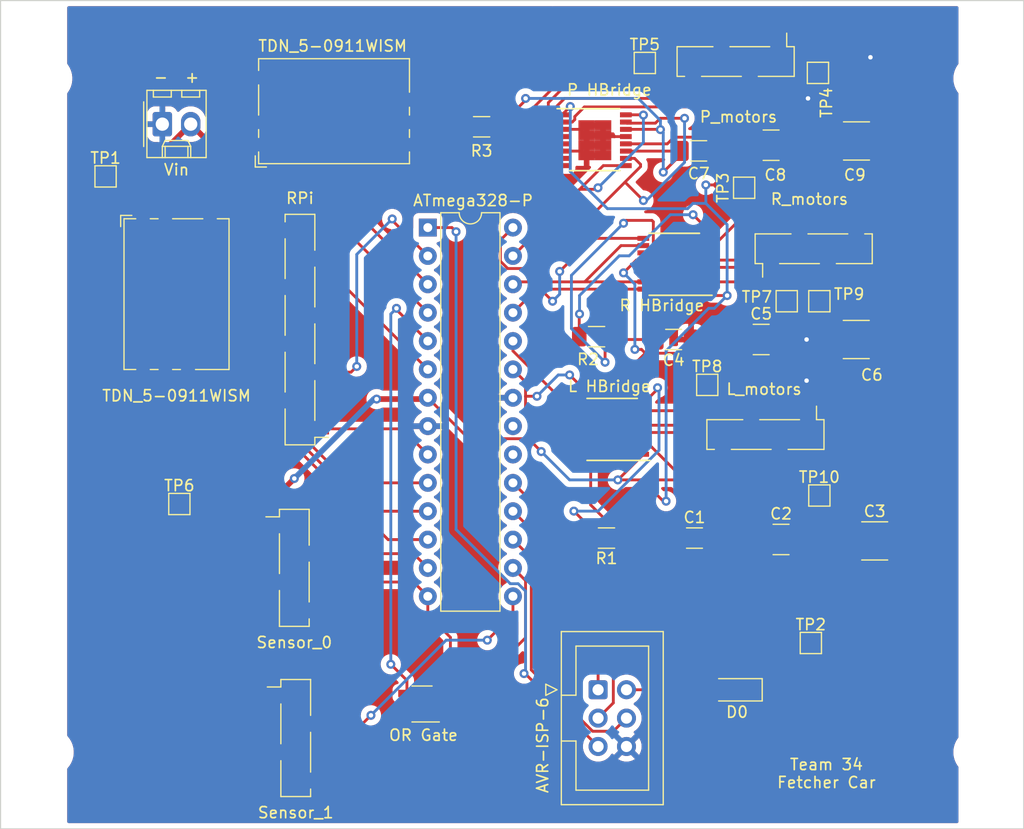
<source format=kicad_pcb>
(kicad_pcb (version 20211014) (generator pcbnew)
  (layers (0 "F.Cu" signal) (31 "B.Cu" signal) (34 "B.Paste" user) (35 "F.Paste" user) (36 "B.SilkS" user "B.Silkscreen") (37 "F.SilkS" user "F.Silkscreen") (38 "B.Mask" user) (39 "F.Mask" user) (44 "Edge.Cuts" user))
  (net 0 "")
  (net 1 "GND")
  (net 2 "/VINT")
  (net 3 "+12V")
  (net 4 "/VINT2")
  (net 5 "/VINT3")
  (net 6 "+5V")
  (net 7 "Net-(D0-Pad2)")
  (net 8 "Net-(J0-Pad1)")
  (net 9 "Net-(J0-Pad2)")
  (net 10 "Net-(J0-Pad3)")
  (net 11 "Net-(J0-Pad4)")
  (net 12 "Net-(J1-Pad1)")
  (net 13 "Net-(J1-Pad2)")
  (net 14 "Net-(J1-Pad3)")
  (net 15 "Net-(J1-Pad4)")
  (net 16 "Net-(J2-Pad1)")
  (net 17 "Net-(J2-Pad2)")
  (net 18 "Net-(J2-Pad3)")
  (net 19 "Net-(J2-Pad4)")
  (net 20 "/Lmotors_in0")
  (net 21 "/Lmotors_in1")
  (net 22 "/Rmotors_in0")
  (net 23 "/Rmotors_in1")
  (net 24 "/Pincer_on")
  (net 25 "/Pincer_direction")
  (net 26 "/CTRL")
  (net 27 "/Pi_INT")
  (net 28 "/MISO")
  (net 29 "/SCK")
  (net 30 "/MOSI")
  (net 31 "/RST")
  (net 32 "/TRIG_0")
  (net 33 "/ECHO_0")
  (net 34 "/TRIG_1")
  (net 35 "/ECHO_1")
  (net 36 "Net-(R1-Pad2)")
  (net 37 "Net-(R2-Pad2)")
  (net 38 "Net-(R3-Pad2)")
  (net 39 "/Pincers_out0")
  (net 40 "/Pincers_out1")
  (net 41 "/Lmotors_out0")
  (net 42 "/Lmotors_out1")
  (net 43 "/Rmotors_out0")
  (net 44 "/Rmotors_out1")
  (net 45 "/Sensor_INT")
  (net 48 "VCC")
  (net 55 "+5VA")
  (footprint "Connector_PinSocket_2.54mm:PinSocket_1x04_P2.54mm_Vertical_SMD_Pin1Left" (layer "F.Cu") (at 174.752 56.642 90)
    (fp_text reference "J2" hide)
    (fp_text value "R_motors")
  )
  (footprint "Resistor_SMD:R_1206_3216Metric_Pad1.30x1.75mm_HandSolder" (layer "F.Cu") (at 145.034 45.72 180)
    (fp_text reference "R3")
    (fp_text value "5k" hide)
  )
  (footprint "TestPoint:TestPoint_Pad_1.5x1.5mm" (layer "F.Cu") (at 175.26 78.74)
    (fp_text reference "TP10")
    (fp_text value "TestPoint")
  )
  (footprint "Capacitor_SMD:C_1210_3225Metric_Pad1.33x2.70mm_HandSolder" (layer "F.Cu") (at 170.942 47.371)
    (fp_text reference "C8")
    (fp_text value "10uF")
  )
  (footprint "Capacitor_SMD:C_1206_3216Metric_Pad1.33x1.80mm_HandSolder" (layer "F.Cu") (at 164.084 82.55)
    (fp_text reference "C1")
    (fp_text value "2.2uF")
  )
  (footprint "TestPoint:TestPoint_Pad_1.5x1.5mm" (layer "F.Cu") (at 159.639 40.005)
    (fp_text reference "TP5")
    (fp_text value "TestPoint")
  )
  (footprint "Package_SO:TSSOP-16-1EP_4.4x5mm_P0.65mm" (layer "F.Cu") (at 156.718 72.771 180)
    (fp_text reference "U1" hide)
    (fp_text value "DRV8848" hide)
  )
  (footprint "TestPoint:TestPoint_Pad_1.5x1.5mm" (layer "F.Cu") (at 172.339 61.341)
    (fp_text reference "TP7")
    (fp_text value "TestPoint")
  )
  (footprint "TestPoint:TestPoint_Pad_1.5x1.5mm" (layer "F.Cu") (at 175.133 40.894)
    (fp_text reference "TP4")
    (fp_text value "TestPoint")
  )
  (footprint "TestPoint:TestPoint_Pad_1.5x1.5mm" (layer "F.Cu") (at 174.498 91.948)
    (fp_text reference "TP2")
    (fp_text value "TestPoint")
  )
  (footprint "Connector_Molex:Molex_KK-254_AE-6410-02A_1x02_P2.54mm_Vertical" (layer "F.Cu") (at 116.459 45.486)
    (fp_text reference "J7" hide)
    (fp_text value "Vin")
  )
  (footprint "TestPoint:TestPoint_Pad_1.5x1.5mm" (layer "F.Cu") (at 165.227 68.834)
    (fp_text reference "TP8")
    (fp_text value "TestPoint")
  )
  (footprint "MountingHole:MountingHole_3.2mm_M3" (layer "F.Cu") (at 106.426 101.727)
    (fp_text reference "H4" hide)
    (fp_text value "MountingHole" hide)
  )
  (footprint "Package_DIP:DIP-28_W7.62mm" (layer "F.Cu") (at 140.218 54.747)
    (fp_text reference "U3" hide)
    (fp_text value "ATmega328-P")
  )
  (footprint "Converter_DCDC:Converter_DCDC_TRACO_TDN_5-xxxxWISM_SMD" (layer "F.Cu") (at 117.729 60.706)
    (fp_text reference "U5" hide)
    (fp_text value "TDN_5-0911WISM")
  )
  (footprint "Resistor_SMD:R_1206_3216Metric_Pad1.30x1.75mm_HandSolder" (layer "F.Cu") (at 156.21 82.55 180)
    (fp_text reference "R1")
    (fp_text value "5k")
  )
  (footprint "Capacitor_SMD:C_1210_3225Metric_Pad1.33x2.70mm_HandSolder" (layer "F.Cu") (at 171.831 82.677)
    (fp_text reference "C2")
    (fp_text value "10uF")
  )
  (footprint "Package_SO:TSSOP-16-1EP_4.4x5mm_P0.65mm" (layer "F.Cu") (at 155.167 46.9235)
    (fp_text reference "U0" hide)
    (fp_text value "DRV8848" hide)
  )
  (footprint "Connector_PinSocket_2.54mm:PinSocket_1x04_P2.54mm_Vertical_SMD_Pin1Left" (layer "F.Cu") (at 128.397 100.457)
    (fp_text reference "J6" hide)
    (fp_text value "Sensor_1")
  )
  (footprint "Capacitor_SMD:C_1210_3225Metric_Pad1.33x2.70mm_HandSolder" (layer "F.Cu") (at 170.053 64.77)
    (fp_text reference "C5")
    (fp_text value "10uF")
  )
  (footprint "Resistor_SMD:R_1206_3216Metric_Pad1.30x1.75mm_HandSolder" (layer "F.Cu") (at 155.321 64.516 180)
    (fp_text reference "R2")
    (fp_text value "5k")
  )
  (footprint "Connector_PinSocket_2.54mm:PinSocket_1x04_P2.54mm_Vertical_SMD_Pin1Left" (layer "F.Cu") (at 167.767 39.878 -90)
    (fp_text reference "J0" hide)
    (fp_text value "P_motors")
  )
  (footprint "Connector_IDC:IDC-Header_2x03_P2.54mm_Vertical" (layer "F.Cu") (at 155.4575 96.134)
    (fp_text reference "J4" hide)
    (fp_text value "AVR-ISP-6")
  )
  (footprint "Connector_PinSocket_2.54mm:PinSocket_1x08_P2.54mm_Vertical_SMD_Pin1Left" (layer "F.Cu") (at 128.778 63.881 180)
    (fp_text reference "J3" hide)
    (fp_text value "RPi")
  )
  (footprint "TestPoint:TestPoint_Pad_1.5x1.5mm" (layer "F.Cu") (at 168.529 51.181)
    (fp_text reference "TP3")
    (fp_text value "TestPoint")
  )
  (footprint "Package_TO_SOT_SMD:SOT-23-5_HandSoldering" (layer "F.Cu") (at 139.7 97.409 180)
    (fp_text reference "U4" hide)
    (fp_text value "74AHC1G32" hide)
  )
  (footprint "MountingHole:MountingHole_3.2mm_M3" (layer "F.Cu") (at 106.299 41.402)
    (fp_text reference "H2" hide)
    (fp_text value "MountingHole" hide)
  )
  (footprint "MountingHole:MountingHole_3.2mm_M3" (layer "F.Cu") (at 189.357 41.402)
    (fp_text reference "H3" hide)
    (fp_text value "MountingHole" hide)
  )
  (footprint "Capacitor_SMD:C_1206_3216Metric_Pad1.33x1.80mm_HandSolder" (layer "F.Cu") (at 162.2175 64.77 180)
    (fp_text reference "C4")
    (fp_text value "2.2uF")
  )
  (footprint "TestPoint:TestPoint_Pad_1.5x1.5mm" (layer "F.Cu") (at 117.983 79.502)
    (fp_text reference "TP6")
    (fp_text value "TestPoint")
  )
  (footprint "TestPoint:TestPoint_Pad_1.5x1.5mm" (layer "F.Cu") (at 175.26 61.341)
    (fp_text reference "TP9")
    (fp_text value "TestPoint")
  )
  (footprint "Capacitor_SMD:C_1812_4532Metric_Pad1.57x3.40mm_HandSolder" (layer "F.Cu") (at 180.213 82.804)
    (fp_text reference "C3")
    (fp_text value "0.1uF")
  )
  (footprint "Package_SO:TSSOP-16-1EP_4.4x5mm_P0.65mm" (layer "F.Cu") (at 162.279 57.9845 180)
    (fp_text reference "U2" hide)
    (fp_text value "DRV8848" hide)
  )
  (footprint "Capacitor_SMD:C_1812_4532Metric_Pad1.57x3.40mm_HandSolder" (layer "F.Cu") (at 178.5835 46.99)
    (fp_text reference "C9")
    (fp_text value "0.1uF")
  )
  (footprint "Capacitor_SMD:C_1206_3216Metric_Pad1.33x1.80mm_HandSolder" (layer "F.Cu") (at 164.465 47.879 180)
    (fp_text reference "C7")
    (fp_text value "2.2uF")
  )
  (footprint "Capacitor_SMD:C_1812_4532Metric_Pad1.57x3.40mm_HandSolder" (layer "F.Cu") (at 178.562 64.77)
    (fp_text reference "C6")
    (fp_text value "0.1uF")
  )
  (footprint "Connector_PinSocket_2.54mm:PinSocket_1x04_P2.54mm_Vertical_SMD_Pin1Left" (layer "F.Cu") (at 170.434 73.279 -90)
    (fp_text reference "J1" hide)
    (fp_text value "L_motors")
  )
  (footprint "Diode_SMD:D_SOD-123" (layer "F.Cu") (at 167.894 96.139 180)
    (fp_text reference "D0")
    (fp_text value "MBR0520")
  )
  (footprint "MountingHole:MountingHole_3.2mm_M3" (layer "F.Cu") (at 189.357 101.727)
    (fp_text reference "H1" hide)
    (fp_text value "MountingHole" hide)
  )
  (footprint "Connector_PinSocket_2.54mm:PinSocket_1x04_P2.54mm_Vertical_SMD_Pin1Left" (layer "F.Cu") (at 128.27 85.217)
    (fp_text reference "J5" hide)
    (fp_text value "Sensor_0")
  )
  (footprint "Converter_DCDC:Converter_DCDC_TRACO_TDN_5-xxxxWISM_SMD" (layer "F.Cu") (at 131.826 44.323 90)
    (fp_text reference "U6" hide)
    (fp_text value "TDN_5-0911WISM")
  )
  (footprint "TestPoint:TestPoint_Pad_1.5x1.5mm" (layer "F.Cu") (at 111.379 50.165)
    (fp_text reference "TP1")
    (fp_text value "TestPoint")
  )
  (gr_rect (start 101.981 34.417) (end 193.548 108.585) (layer "Edge.Cuts") (width 0.1) (fill none))
  (gr_text "Team 34\nFetcher Car" (at 175.895 103.632) (layer "F.SilkS") (effects (font (size 1 1))))
  (segment (start 155.8605 73.096) (end 155.983 73.2185) (width 0.254) (layer "F.Cu") (net 1))
  (segment (start 163.3765 57.1745) (end 163.014 57.537) (width 0.254) (layer "F.Cu") (net 1))
  (segment (start 164.3 58.9595) (end 164.202 58.8615) (width 0.254) (layer "F.Cu") (net 1))
  (segment (start 179.832 39.497) (end 181.102 39.497) (width 0.254) (layer "F.Cu") (net 1))
  (segment (start 181.102 39.497) (end 182.118 40.513) (width 0.254) (layer "F.Cu") (net 1))
  (segment (start 165.054 58.9595) (end 164.3 58.9595) (width 0.254) (layer "F.Cu") (net 1))
  (segment (start 171.6155 64.77) (end 174.117 64.77) (width 0.254) (layer "F.Cu") (net 1))
  (segment (start 133.618 89.027) (end 129.92 89.027) (width 0.254) (layer "F.Cu") (net 1))
  (segment (start 157.8205 73.746) (end 157.453 74.1135) (width 0.254) (layer "F.Cu") (net 1))
  (segment (start 164.202 58.8615) (end 164.202 57.1745) (width 0.254) (layer "F.Cu") (net 1))
  (segment (start 159.504 58.3095) (end 161.4215 58.3095) (width 0.254) (layer "F.Cu") (net 1))
  (segment (start 164.367 57.0095) (end 165.054 57.0095) (width 0.254) (layer "F.Cu") (net 1))
  (segment (start 154.0645 45.9485) (end 154.432 45.581) (width 0.254) (layer "F.Cu") (net 1))
  (segment (start 141.05 96.459) (end 133.618 89.027) (width 0.254) (layer "F.Cu") (net 1))
  (segment (start 159.493 73.746) (end 157.8205 73.746) (width 0.254) (layer "F.Cu") (net 1))
  (segment (start 154.0645 47.8985) (end 154.432 48.266) (width 0.254) (layer "F.Cu") (net 1))
  (segment (start 157.942 46.5985) (end 156.0245 46.5985) (width 0.254) (layer "F.Cu") (net 1))
  (segment (start 152.392 45.9485) (end 154.0645 45.9485) (width 0.254) (layer "F.Cu") (net 1))
  (segment (start 172.5045 44.9195) (end 174.244 43.18) (width 0.254) (layer "F.Cu") (net 1))
  (segment (start 156.0245 46.5985) (end 155.902 46.476) (width 0.254) (layer "F.Cu") (net 1))
  (segment (start 164.202 57.1745) (end 164.367 57.0095) (width 0.254) (layer "F.Cu") (net 1))
  (segment (start 152.392 47.8985) (end 154.0645 47.8985) (width 0.254) (layer "F.Cu") (net 1))
  (segment (start 153.943 73.096) (end 155.8605 73.096) (width 0.254) (layer "F.Cu") (net 1))
  (segment (start 172.5045 47.371) (end 172.5045 44.9195) (width 0.254) (layer "F.Cu") (net 1))
  (segment (start 164.202 57.1745) (end 163.3765 57.1745) (width 0.254) (layer "F.Cu") (net 1))
  (segment (start 157.8205 71.796) (end 157.453 71.4285) (width 0.254) (layer "F.Cu") (net 1))
  (segment (start 159.493 71.796) (end 157.8205 71.796) (width 0.254) (layer "F.Cu") (net 1))
  (segment (start 161.4215 58.3095) (end 161.544 58.432) (width 0.254) (layer "F.Cu") (net 1))
  (via (at 179.832 39.497) (size 0.8) (drill 0.4) (layers "F.Cu" "B.Cu") (net 1))
  (via (at 174.117 64.77) (size 0.8) (drill 0.4) (layers "F.Cu" "B.Cu") (net 1))
  (via (at 174.244 43.18) (size 0.8) (drill 0.4) (layers "F.Cu" "B.Cu") (net 1))
  (via (at 174.117 68.453) (size 0.8) (drill 0.4) (layers "F.Cu" "B.Cu") (net 1))
  (segment (start 174.117 64.77) (end 174.117 68.453) (width 0.254) (layer "B.Cu") (net 1))
  (segment (start 174.244 43.18) (end 177.927 39.497) (width 0.254) (layer "B.Cu") (net 1))
  (segment (start 177.927 39.497) (end 179.832 39.497) (width 0.254) (layer "B.Cu") (net 1))
  (segment (start 153.052526 73.642474) (end 153.254052 73.844) (width 0.254) (layer "F.Cu") (net 2))
  (segment (start 158.987 83.777) (end 157.76 82.55) (width 0.254) (layer "F.Cu") (net 2))
  (segment (start 165.6465 82.55) (end 164.4195 83.777) (width 0.254) (layer "F.Cu") (net 2))
  (segment (start 154.722 73.746) (end 154.795 73.819) (width 0.254) (layer "F.Cu") (net 2))
  (segment (start 153.943 71.796) (end 153.164 71.796) (width 0.254) (layer "F.Cu") (net 2))
  (segment (start 153.254052 73.844) (end 153.6 73.844) (width 0.254) (layer "F.Cu") (net 2))
  (segment (start 153.164 71.796) (end 153.052526 71.907474) (width 0.254) (layer "F.Cu") (net 2))
  (segment (start 153.052526 71.907474) (end 153.052526 73.642474) (width 0.254) (layer "F.Cu") (net 2))
  (segment (start 154.795 73.819) (end 154.795 79.585) (width 0.254) (layer "F.Cu") (net 2))
  (segment (start 164.4195 83.777) (end 158.987 83.777) (width 0.254) (layer "F.Cu") (net 2))
  (segment (start 153.943 73.746) (end 154.722 73.746) (width 0.254) (layer "F.Cu") (net 2))
  (segment (start 154.795 79.585) (end 157.76 82.55) (width 0.254) (layer "F.Cu") (net 2))
  (segment (start 111.379 50.165) (end 114.32 50.165) (width 0.254) (layer "F.Cu") (net 3))
  (segment (start 114.729 49.756) (end 114.729 55.956) (width 0.508) (layer "F.Cu") (net 3))
  (segment (start 120.836 47.323) (end 127.076 47.323) (width 0.508) (layer "F.Cu") (net 3))
  (segment (start 118.999 45.486) (end 120.836 47.323) (width 0.508) (layer "F.Cu") (net 3))
  (segment (start 118.999 45.486) (end 114.729 49.756) (width 0.508) (layer "F.Cu") (net 3))
  (segment (start 114.32 50.165) (end 114.729 49.756) (width 0.254) (layer "F.Cu") (net 3))
  (segment (start 156.083 66.802) (end 156.083 65.304) (width 0.254) (layer "F.Cu") (net 4))
  (segment (start 160.258 57.0095) (end 160.401 56.8665) (width 0.254) (layer "F.Cu") (net 4))
  (segment (start 160.655 64.77) (end 157.125 64.77) (width 0.254) (layer "F.Cu") (net 4))
  (segment (start 160.655 64.77) (end 160.655 61.341) (width 0.254) (layer "F.Cu") (net 4))
  (segment (start 160.258 58.9595) (end 159.504 58.9595) (width 0.254) (layer "F.Cu") (net 4))
  (segment (start 157.125 64.77) (end 156.871 64.516) (width 0.254) (layer "F.Cu") (net 4))
  (segment (start 160.356 61.042) (end 160.356 59.0575) (width 0.254) (layer "F.Cu") (net 4))
  (segment (start 156.083 65.304) (end 156.871 64.516) (width 0.254) (layer "F.Cu") (net 4))
  (segment (start 160.401 56.8665) (end 160.401 54.229) (width 0.254) (layer "F.Cu") (net 4))
  (segment (start 160.655 61.341) (end 160.356 61.042) (width 0.254) (layer "F.Cu") (net 4))
  (segment (start 159.504 57.0095) (end 160.258 57.0095) (width 0.254) (layer "F.Cu") (net 4))
  (segment (start 157.988 54.102) (end 157.734 54.356) (width 0.254) (layer "F.Cu") (net 4))
  (segment (start 160.356 59.0575) (end 160.258 58.9595) (width 0.254) (layer "F.Cu") (net 4))
  (segment (start 160.274 54.102) (end 157.988 54.102) (width 0.254) (layer "F.Cu") (net 4))
  (segment (start 160.401 54.229) (end 160.274 54.102) (width 0.254) (layer "F.Cu") (net 4))
  (via (at 156.083 66.802) (size 0.8) (drill 0.4) (layers "F.Cu" "B.Cu") (net 4))
  (via (at 157.734 54.356) (size 0.8) (drill 0.4) (layers "F.Cu" "B.Cu") (net 4))
  (segment (start 153.07 63.789) (end 156.083 66.802) (width 0.254) (layer "B.Cu") (net 4))
  (segment (start 157.734 54.356) (end 153.07 59.02) (width 0.254) (layer "B.Cu") (net 4))
  (segment (start 153.07 59.02) (end 153.07 63.789) (width 0.254) (layer "B.Cu") (net 4))
  (segment (start 161.29 49.784) (end 162.9025 48.1715) (width 0.254) (layer "F.Cu") (net 5))
  (segment (start 157.942 45.9485) (end 161.0105 45.9485) (width 0.254) (layer "F.Cu") (net 5))
  (segment (start 162.883 47.8985) (end 157.942 47.8985) (width 0.254) (layer "F.Cu") (net 5))
  (segment (start 162.9025 47.879) (end 162.883 47.8985) (width 0.254) (layer "F.Cu") (net 5))
  (segment (start 146.584 45.72) (end 148.971 43.333) (width 0.254) (layer "F.Cu") (net 5))
  (segment (start 148.971 43.333) (end 148.971 43.18) (width 0.254) (layer "F.Cu") (net 5))
  (segment (start 162.9025 48.1715) (end 162.9025 47.879) (width 0.254) (layer "F.Cu") (net 5))
  (segment (start 161.0105 45.9485) (end 161.036 45.974) (width 0.254) (layer "F.Cu") (net 5))
  (via (at 161.29 49.784) (size 0.8) (drill 0.4) (layers "F.Cu" "B.Cu") (net 5))
  (via (at 148.971 43.18) (size 0.8) (drill 0.4) (layers "F.Cu" "B.Cu") (net 5))
  (via (at 161.036 45.974) (size 0.8) (drill 0.4) (layers "F.Cu" "B.Cu") (net 5))
  (segment (start 161.29 46.228) (end 161.29 49.784) (width 0.254) (layer "B.Cu") (net 5))
  (segment (start 148.971 43.18) (end 159.051634 43.18) (width 0.254) (layer "B.Cu") (net 5))
  (segment (start 161.036 45.974) (end 161.29 46.228) (width 0.254) (layer "B.Cu") (net 5))
  (segment (start 159.051634 43.18) (end 161.036 45.164366) (width 0.254) (layer "B.Cu") (net 5))
  (segment (start 161.036 45.164366) (end 161.036 45.974) (width 0.254) (layer "B.Cu") (net 5))
  (segment (start 157.226 77.343) (end 159.258 77.343) (width 0.254) (layer "F.Cu") (net 6))
  (segment (start 167.005 60.833) (end 165.6275 60.833) (width 0.254) (layer "F.Cu") (net 6))
  (segment (start 165.8235 50.927) (end 166.0775 51.181) (width 0.254) (layer "F.Cu") (net 6))
  (segment (start 160.655 77.343) (end 162.318001 77.343) (width 0.254) (layer "F.Cu") (net 6))
  (segment (start 135.636 70.104) (end 140.101 70.104) (width 0.508) (layer "F.Cu") (net 6))
  (segment (start 126.62 78.866) (end 128.27 77.216) (width 0.508) (layer "F.Cu") (net 6))
  (segment (start 118.729 73.516) (end 126.62 81.407) (width 0.508) (layer "F.Cu") (net 6))
  (segment (start 166.0775 51.181) (end 168.529 51.181) (width 0.254) (layer "F.Cu") (net 6))
  (segment (start 171.0565 49.048) (end 169.3795 47.371) (width 0.254) (layer "F.Cu") (net 6))
  (segment (start 169.544 84.568999) (end 169.544 96.139) (width 0.254) (layer "F.Cu") (net 6))
  (segment (start 162.318001 77.343) (end 169.544 84.568999) (width 0.254) (layer "F.Cu") (net 6))
  (segment (start 140.101 70.104) (end 140.218 69.987) (width 0.508) (layer "F.Cu") (net 6))
  (segment (start 152.392 44.6485) (end 152.392 44.483464) (width 0.254) (layer "F.Cu") (net 6))
  (segment (start 165.6275 60.833) (end 165.054 60.2595) (width 0.254) (layer "F.Cu") (net 6))
  (segment (start 161.654499 47.2485) (end 162.250999 46.652) (width 0.254) (layer "F.Cu") (net 6))
  (segment (start 176.446 46.99) (end 174.388 49.048) (width 0.254) (layer "F.Cu") (net 6))
  (segment (start 161.544 79.248) (end 161.29 79.248) (width 0.254) (layer "F.Cu") (net 6))
  (segment (start 161.29 79.248) (end 159.385 77.343) (width 0.254) (layer "F.Cu") (net 6))
  (segment (start 157.942 47.2485) (end 161.654499 47.2485) (width 0.254) (layer "F.Cu") (net 6))
  (segment (start 170.307 96.139) (end 169.544 96.139) (width 0.254) (layer "F.Cu") (net 6))
  (segment (start 118.729 65.456) (end 118.729 73.516) (width 0.508) (layer "F.Cu") (net 6))
  (segment (start 125.216 95.116) (end 126.747 96.647) (width 0.508) (layer "F.Cu") (net 6))
  (segment (start 159.493 75.046) (end 159.493 75.076) (width 0.254) (layer "F.Cu") (net 6))
  (segment (start 174.388 49.048) (end 171.0565 49.048) (width 0.254) (layer "F.Cu") (net 6))
  (segment (start 126.62 81.407) (end 125.216 82.811) (width 0.508) (layer "F.Cu") (net 6))
  (segment (start 159.385 77.343) (end 159.258 77.343) (width 0.254) (layer "F.Cu") (net 6))
  (segment (start 168.6605 46.652) (end 169.3795 47.371) (width 0.254) (layer "F.Cu") (net 6))
  (segment (start 159.258 77.343) (end 160.655 77.343) (width 0.254) (layer "F.Cu") (net 6))
  (segment (start 125.216 82.811) (end 125.216 95.116) (width 0.508) (layer "F.Cu") (net 6))
  (segment (start 150.368 74.803) (end 149.219 73.654) (width 0.254) (layer "F.Cu") (net 6))
  (segment (start 117.983 74.262) (end 118.729 73.516) (width 0.254) (layer "F.Cu") (net 6))
  (segment (start 126.62 81.407) (end 126.62 78.866) (width 0.508) (layer "F.Cu") (net 6))
  (segment (start 152.392 44.483464) (end 152.968964 43.9065) (width 0.254) (layer "F.Cu") (net 6))
  (segment (start 165.8235 50.927) (end 165.1 50.927) (width 0.254) (layer "F.Cu") (net 6))
  (segment (start 162.250999 46.652) (end 168.6605 46.652) (width 0.254) (layer "F.Cu") (net 6))
  (segment (start 159.493 75.076) (end 157.226 77.343) (width 0.254) (layer "F.Cu") (net 6))
  (segment (start 149.219 73.654) (end 143.885 73.654) (width 0.254) (layer "F.Cu") (net 6))
  (segment (start 174.498 91.948) (end 170.307 96.139) (width 0.254) (layer "F.Cu") (net 6))
  (segment (start 143.885 73.654) (end 140.218 69.987) (width 0.254) (layer "F.Cu") (net 6))
  (segment (start 169.3795 47.371) (end 165.8235 50.927) (width 0.254) (layer "F.Cu") (net 6))
  (segment (start 117.983 79.502) (end 117.983 74.262) (width 0.254) (layer "F.Cu") (net 6))
  (via (at 152.968964 43.9065) (size 0.8) (drill 0.4) (layers "F.Cu" "B.Cu") (net 6))
  (via (at 128.27 77.216) (size 0.8) (drill 0.4) (layers "F.Cu" "B.Cu") (net 6))
  (via (at 150.368 74.803) (size 0.8) (drill 0.4) (layers "F.Cu" "B.Cu") (net 6))
  (via (at 135.636 70.104) (size 0.8) (drill 0.4) (layers "F.Cu" "B.Cu") (net 6))
  (via (at 157.226 77.343) (size 0.8) (drill 0.4) (layers "F.Cu" "B.Cu") (net 6))
  (via (at 161.544 79.248) (size 0.8) (drill 0.4) (layers "F.Cu" "B.Cu") (net 6))
  (via (at 167.005 60.833) (size 0.8) (drill 0.4) (layers "F.Cu" "B.Cu") (net 6))
  (via (at 165.1 50.927) (size 0.8) (drill 0.4) (layers "F.Cu" "B.Cu") (net 6))
  (segment (start 165.354 61.976) (end 165.862 61.976) (width 0.254) (layer "B.Cu") (net 6))
  (segment (start 128.27 77.216) (end 135.382 70.104) (width 0.508) (layer "B.Cu") (net 6))
  (segment (start 152.968964 49.730098) (end 156.289866 53.051) (width 0.254) (layer "B.Cu") (net 6))
  (segment (start 152.908 77.343) (end 150.368 74.803) (width 0.254) (layer "B.Cu") (net 6))
  (segment (start 152.968964 43.9065) (end 152.968964 49.730098) (width 0.254) (layer "B.Cu") (net 6))
  (segment (start 165.1 52.578) (end 167.005 54.483) (width 0.254) (layer "B.Cu") (net 6))
  (segment (start 165.1 50.927) (end 165.1 52.578) (width 0.254) (layer "B.Cu") (net 6))
  (segment (start 161.544 79.248) (end 161.544 65.786) (width 0.254) (layer "B.Cu") (net 6))
  (segment (start 167.005 54.483) (end 167.005 60.833) (width 0.254) (layer "B.Cu") (net 6))
  (segment (start 165.862 61.976) (end 167.005 60.833) (width 0.254) (layer "B.Cu") (net 6))
  (segment (start 135.382 70.104) (end 135.636 70.104) (width 0.508) (layer "B.Cu") (net 6))
  (segment (start 163.944866 52.578) (end 165.1 52.578) (width 0.254) (layer "B.Cu") (net 6))
  (segment (start 157.226 77.343) (end 152.908 77.343) (width 0.254) (layer "B.Cu") (net 6))
  (segment (start 156.289866 53.051) (end 163.471866 53.051) (width 0.254) (layer "B.Cu") (net 6))
  (segment (start 163.471866 53.051) (end 163.944866 52.578) (width 0.254) (layer "B.Cu") (net 6))
  (segment (start 161.544 65.786) (end 165.354 61.976) (width 0.254) (layer "B.Cu") (net 6))
  (segment (start 157.9975 96.134) (end 166.239 96.134) (width 0.254) (layer "F.Cu") (net 7))
  (segment (start 166.239 96.134) (end 166.244 96.139) (width 0.254) (layer "F.Cu") (net 7))
  (segment (start 153.146 45.2985) (end 152.392 45.2985) (width 0.254) (layer "F.Cu") (net 8))
  (segment (start 153.37 44.8065) (end 154.2345 43.942) (width 0.254) (layer "F.Cu") (net 8))
  (segment (start 154.2345 43.942) (end 170.307 43.942) (width 0.254) (layer "F.Cu") (net 8))
  (segment (start 172.467 38.228) (end 171.577 38.228) (width 0.254) (layer "F.Cu") (net 8))
  (segment (start 171.577 42.672) (end 171.577 38.228) (width 0.254) (layer "F.Cu") (net 8))
  (segment (start 175.133 40.894) (end 172.467 38.228) (width 0.254) (layer "F.Cu") (net 8))
  (segment (start 153.37 45.0745) (end 153.146 45.2985) (width 0.254) (layer "F.Cu") (net 8))
  (segment (start 153.37 44.8065) (end 153.37 45.0745) (width 0.254) (layer "F.Cu") (net 8))
  (segment (start 170.307 43.942) (end 171.577 42.672) (width 0.254) (layer "F.Cu") (net 8))
  (segment (start 151.638 46.5985) (end 151.54 46.5005) (width 0.254) (layer "F.Cu") (net 9))
  (segment (start 152.4565 43.18) (end 167.385 43.18) (width 0.254) (layer "F.Cu") (net 9))
  (segment (start 167.385 43.18) (end 169.037 41.528) (width 0.254) (layer "F.Cu") (net 9))
  (segment (start 152.392 46.5985) (end 151.638 46.5985) (width 0.254) (layer "F.Cu") (net 9))
  (segment (start 151.54 46.5005) (end 151.54 44.0965) (width 0.254) (layer "F.Cu") (net 9))
  (segment (start 151.54 44.0965) (end 152.4565 43.18) (width 0.254) (layer "F.Cu") (net 9))
  (segment (start 149.606 46.355) (end 149.606 44.069) (width 0.254) (layer "F.Cu") (net 10))
  (segment (start 155.447 38.228) (end 166.497 38.228) (width 0.254) (layer "F.Cu") (net 10))
  (segment (start 152.392 48.5485) (end 151.7995 48.5485) (width 0.254) (layer "F.Cu") (net 10))
  (segment (start 149.606 44.069) (end 155.447 38.228) (width 0.254) (layer "F.Cu") (net 10))
  (segment (start 151.7995 48.5485) (end 149.606 46.355) (width 0.254) (layer "F.Cu") (net 10))
  (segment (start 151.645948 47.2485) (end 151.003 46.605552) (width 0.254) (layer "F.Cu") (net 11))
  (segment (start 152.392 47.2485) (end 151.645948 47.2485) (width 0.254) (layer "F.Cu") (net 11))
  (segment (start 151.003 46.605552) (end 151.003 43.561) (width 0.254) (layer "F.Cu") (net 11))
  (segment (start 159.639 40.005) (end 162.434 40.005) (width 0.254) (layer "F.Cu") (net 11))
  (segment (start 151.003 43.561) (end 153.036 41.528) (width 0.254) (layer "F.Cu") (net 11))
  (segment (start 162.434 40.005) (end 163.957 41.528) (width 0.254) (layer "F.Cu") (net 11))
  (segment (start 153.036 41.528) (end 163.957 41.528) (width 0.254) (layer "F.Cu") (net 11))
  (segment (start 160.247 74.396) (end 159.493 74.396) (width 0.254) (layer "F.Cu") (net 12))
  (segment (start 174.244 75.311) (end 172.085 77.47) (width 0.254) (layer "F.Cu") (net 12))
  (segment (start 173.355 78.74) (end 172.085 77.47) (width 0.254) (layer "F.Cu") (net 12))
  (segment (start 172.085 77.47) (end 163.321 77.47) (width 0.254) (layer "F.Cu") (net 12))
  (segment (start 175.26 78.74) (end 173.355 78.74) (width 0.254) (layer "F.Cu") (net 12))
  (segment (start 163.321 77.47) (end 160.247 74.396) (width 0.254) (layer "F.Cu") (net 12))
  (segment (start 174.244 71.629) (end 174.244 75.311) (width 0.254) (layer "F.Cu") (net 12))
  (segment (start 170.179 76.454) (end 166.045 76.454) (width 0.254) (layer "F.Cu") (net 13))
  (segment (start 166.045 76.454) (end 162.687 73.096) (width 0.254) (layer "F.Cu") (net 13))
  (segment (start 171.704 74.929) (end 170.179 76.454) (width 0.254) (layer "F.Cu") (net 13))
  (segment (start 162.687 73.096) (end 159.493 73.096) (width 0.254) (layer "F.Cu") (net 13))
  (segment (start 168.681 71.146) (end 159.493 71.146) (width 0.254) (layer "F.Cu") (net 14))
  (segment (start 169.164 71.629) (end 168.681 71.146) (width 0.254) (layer "F.Cu") (net 14))
  (segment (start 164.141 72.446) (end 159.493 72.446) (width 0.254) (layer "F.Cu") (net 15))
  (segment (start 165.227 68.834) (end 168.473 68.834) (width 0.254) (layer "F.Cu") (net 15))
  (segment (start 166.624 74.929) (end 164.141 72.446) (width 0.254) (layer "F.Cu") (net 15))
  (segment (start 167.895 74.929) (end 166.624 74.929) (width 0.254) (layer "F.Cu") (net 15))
  (segment (start 170.877 71.947) (end 167.895 74.929) (width 0.254) (layer "F.Cu") (net 15))
  (segment (start 168.473 68.834) (end 170.877 71.238) (width 0.254) (layer "F.Cu") (net 15))
  (segment (start 170.877 71.238) (end 170.877 71.947) (width 0.254) (layer "F.Cu") (net 15))
  (segment (start 169.6245 59.6095) (end 165.054 59.6095) (width 0.254) (layer "F.Cu") (net 16))
  (segment (start 170.942 58.292) (end 169.6245 59.6095) (width 0.254) (layer "F.Cu") (net 16))
  (segment (start 172.339 61.341) (end 172.339 59.689) (width 0.254) (layer "F.Cu") (net 16))
  (segment (start 172.339 59.689) (end 170.942 58.292) (width 0.254) (layer "F.Cu") (net 16))
  (segment (start 168.8205 58.3095) (end 165.054 58.3095) (width 0.254) (layer "F.Cu") (net 17))
  (segment (start 173.482 54.992) (end 172.138 54.992) (width 0.254) (layer "F.Cu") (net 17))
  (segment (start 172.138 54.992) (end 168.8205 58.3095) (width 0.254) (layer "F.Cu") (net 17))
  (segment (start 165.808 56.3595) (end 165.054 56.3595) (width 0.254) (layer "F.Cu") (net 18))
  (segment (start 177.366 58.292) (end 179.389 56.269) (width 0.254) (layer "F.Cu") (net 18))
  (segment (start 179.389 56.269) (end 179.389 53.907) (width 0.254) (layer "F.Cu") (net 18))
  (segment (start 178.743 53.261) (end 168.9065 53.261) (width 0.254) (layer "F.Cu") (net 18))
  (segment (start 176.022 58.292) (end 177.366 58.292) (width 0.254) (layer "F.Cu") (net 18))
  (segment (start 168.9065 53.261) (end 165.808 56.3595) (width 0.254) (layer "F.Cu") (net 18))
  (segment (start 179.389 53.907) (end 178.743 53.261) (width 0.254) (layer "F.Cu") (net 18))
  (segment (start 175.26 60.071) (end 174.371 59.182) (width 0.254) (layer "F.Cu") (net 19))
  (segment (start 175.26 61.341) (end 175.26 60.071) (width 0.254) (layer "F.Cu") (net 19))
  (segment (start 168.6545 57.6595) (end 165.054 57.6595) (width 0.254) (layer "F.Cu") (net 19))
  (segment (start 174.371 59.182) (end 174.371 56.769) (width 0.254) (layer "F.Cu") (net 19))
  (segment (start 178.562 54.992) (end 177.285 53.715) (width 0.254) (layer "F.Cu") (net 19))
  (segment (start 176.148 54.992) (end 178.562 54.992) (width 0.254) (layer "F.Cu") (net 19))
  (segment (start 174.371 56.769) (end 176.148 54.992) (width 0.254) (layer "F.Cu") (net 19))
  (segment (start 177.285 53.715) (end 172.599 53.715) (width 0.254) (layer "F.Cu") (net 19))
  (segment (start 172.599 53.715) (end 168.6545 57.6595) (width 0.254) (layer "F.Cu") (net 19))
  (segment (start 137.922 72.771) (end 140.218 75.067) (width 0.254) (layer "F.Cu") (net 20))
  (segment (start 130.428 72.771) (end 137.922 72.771) (width 0.254) (layer "F.Cu") (net 20))
  (segment (start 127.128 70.231) (end 127.128 71.575) (width 0.254) (layer "F.Cu") (net 21))
  (segment (start 133.16 77.607) (end 140.218 77.607) (width 0.254) (layer "F.Cu") (net 21))
  (segment (start 127.128 71.575) (end 133.16 77.607) (width 0.254) (layer "F.Cu") (net 21))
  (segment (start 130.428 67.691) (end 133.35 67.691) (width 0.254) (layer "F.Cu") (net 22))
  (segment (start 137.033 53.975) (end 137.033 54.102) (width 0.254) (layer "F.Cu") (net 22))
  (segment (start 133.35 67.691) (end 133.858 67.183) (width 0.254) (layer "F.Cu") (net 22))
  (segment (start 137.033 54.102) (end 140.218 57.287) (width 0.254) (layer "F.Cu") (net 22))
  (via (at 133.858 67.183) (size 0.8) (drill 0.4) (layers "F.Cu" "B.Cu") (net 22))
  (via (at 137.033 53.975) (size 0.8) (drill 0.4) (layers "F.Cu" "B.Cu") (net 22))
  (segment (start 133.858 57.15) (end 137.033 53.975) (width 0.254) (layer "B.Cu") (net 22))
  (segment (start 133.858 67.183) (end 133.858 57.15) (width 0.254) (layer "B.Cu") (net 22))
  (segment (start 125.851 54.164) (end 134.555 54.164) (width 0.254) (layer "F.Cu") (net 23))
  (segment (start 127.128 65.151) (end 128.405 63.874) (width 0.254) (layer "F.Cu") (net 23))
  (segment (start 128.405 63.874) (end 128.405 58.372) (width 0.254) (layer "F.Cu") (net 23))
  (segment (start 125.851 55.818) (end 125.851 54.164) (width 0.254) (layer "F.Cu") (net 23))
  (segment (start 134.555 54.164) (end 140.218 59.827) (width 0.254) (layer "F.Cu") (net 23))
  (segment (start 128.405 58.372) (end 125.851 55.818) (width 0.254) (layer "F.Cu") (net 23))
  (segment (start 125.851 71.058) (end 134.94 80.147) (width 0.254) (layer "F.Cu") (net 24))
  (segment (start 134.94 80.147) (end 140.218 80.147) (width 0.254) (layer "F.Cu") (net 24))
  (segment (start 125.851 69.404) (end 125.851 71.058) (width 0.254) (layer "F.Cu") (net 24))
  (segment (start 130.428 64.827) (end 125.851 69.404) (width 0.254) (layer "F.Cu") (net 24))
  (segment (start 130.428 62.611) (end 130.428 64.827) (width 0.254) (layer "F.Cu") (net 24))
  (segment (start 136.662 82.687) (end 140.218 82.687) (width 0.254) (layer "F.Cu") (net 25))
  (segment (start 125.397 61.802) (end 125.397 71.422) (width 0.254) (layer "F.Cu") (net 25))
  (segment (start 125.397 71.422) (end 136.662 82.687) (width 0.254) (layer "F.Cu") (net 25))
  (segment (start 127.128 60.071) (end 125.397 61.802) (width 0.254) (layer "F.Cu") (net 25))
  (segment (start 130.428 57.657) (end 140.218 67.447) (width 0.254) (layer "F.Cu") (net 26))
  (segment (start 130.428 57.531) (end 130.428 57.657) (width 0.254) (layer "F.Cu") (net 26))
  (segment (start 132.842 54.991) (end 140.218 62.367) (width 0.254) (layer "F.Cu") (net 27))
  (segment (start 127.128 54.991) (end 132.842 54.991) (width 0.254) (layer "F.Cu") (net 27))
  (segment (start 155.4575 96.134) (end 155.4575 87.7665) (width 0.254) (layer "F.Cu") (net 28))
  (segment (start 155.4575 87.7665) (end 147.838 80.147) (width 0.254) (layer "F.Cu") (net 28))
  (segment (start 156.8205 97.311) (end 156.8205 86.5895) (width 0.254) (layer "F.Cu") (net 29))
  (segment (start 156.8205 86.5895) (end 147.838 77.607) (width 0.254) (layer "F.Cu") (net 29))
  (segment (start 155.4575 98.674) (end 156.8205 97.311) (width 0.254) (layer "F.Cu") (net 29))
  (segment (start 157.9975 98.674) (end 156.8205 99.851) (width 0.254) (layer "F.Cu") (net 30))
  (segment (start 154.96997 99.851) (end 149.479 94.36003) (width 0.254) (layer "F.Cu") (net 30))
  (segment (start 156.8205 99.851) (end 154.96997 99.851) (width 0.254) (layer "F.Cu") (net 30))
  (segment (start 149.479 84.328) (end 147.838 82.687) (width 0.254) (layer "F.Cu") (net 30))
  (segment (start 149.479 94.36003) (end 149.479 84.328) (width 0.254) (layer "F.Cu") (net 30))
  (segment (start 142.377 54.747) (end 140.218 54.747) (width 0.254) (layer "F.Cu") (net 31))
  (segment (start 142.748 55.118) (end 142.377 54.747) (width 0.254) (layer "F.Cu") (net 31))
  (segment (start 148.929422 94.685922) (end 148.829695 94.685922) (width 0.254) (layer "F.Cu") (net 31))
  (segment (start 155.4575 101.214) (end 148.929422 94.685922) (width 0.254) (layer "F.Cu") (net 31))
  (via (at 148.829695 94.685922) (size 0.8) (drill 0.4) (layers "F.Cu" "B.Cu") (net 31))
  (via (at 142.748 55.118) (size 0.8) (drill 0.4) (layers "F.Cu" "B.Cu") (net 31))
  (segment (start 148.965 87.300181) (end 148.304819 86.64) (width 0.254) (layer "B.Cu") (net 31))
  (segment (start 148.829695 94.685922) (end 148.965 94.550617) (width 0.254) (layer "B.Cu") (net 31))
  (segment (start 142.748 81.788) (end 142.748 55.118) (width 0.254) (layer "B.Cu") (net 31))
  (segment (start 148.304819 86.64) (end 147.6 86.64) (width 0.254) (layer "B.Cu") (net 31))
  (segment (start 147.6 86.64) (end 142.748 81.788) (width 0.254) (layer "B.Cu") (net 31))
  (segment (start 148.965 94.550617) (end 148.965 87.300181) (width 0.254) (layer "B.Cu") (net 31))
  (segment (start 129.92 83.947) (end 138.938 83.947) (width 0.254) (layer "F.Cu") (net 32))
  (segment (start 138.938 83.947) (end 140.218 85.227) (width 0.254) (layer "F.Cu") (net 32))
  (segment (start 142.084 97.409) (end 142.24 97.253) (width 0.254) (layer "F.Cu") (net 33))
  (segment (start 142.24 97.253) (end 142.24 91.44) (width 0.254) (layer "F.Cu") (net 33))
  (segment (start 142.24 91.44) (end 140.218 89.418) (width 0.254) (layer "F.Cu") (net 33))
  (segment (start 141.05 97.409) (end 142.084 97.409) (width 0.254) (layer "F.Cu") (net 33))
  (segment (start 140.218 89.418) (end 140.218 87.767) (width 0.254) (layer "F.Cu") (net 33))
  (segment (start 126.62 86.487) (end 138.938 86.487) (width 0.254) (layer "F.Cu") (net 33))
  (segment (start 138.938 86.487) (end 140.218 87.767) (width 0.254) (layer "F.Cu") (net 33))
  (segment (start 130.047 99.187) (end 134.366 99.187) (width 0.254) (layer "F.Cu") (net 34))
  (segment (start 145.542 91.694) (end 147.838 89.398) (width 0.254) (layer "F.Cu") (net 34))
  (segment (start 147.838 89.398) (end 147.838 87.767) (width 0.254) (layer "F.Cu") (net 34))
  (segment (start 134.366 99.187) (end 135.128 98.425) (width 0.254) (layer "F.Cu") (net 34))
  (via (at 145.542 91.694) (size 0.8) (drill 0.4) (layers "F.Cu" "B.Cu") (net 34))
  (via (at 135.128 98.425) (size 0.8) (drill 0.4) (layers "F.Cu" "B.Cu") (net 34))
  (segment (start 141.859 91.694) (end 145.542 91.694) (width 0.254) (layer "B.Cu") (net 34))
  (segment (start 135.128 98.425) (end 141.859 91.694) (width 0.254) (layer "B.Cu") (net 34))
  (segment (start 148.965 86.354) (end 147.838 85.227) (width 0.254) (layer "F.Cu") (net 35))
  (segment (start 126.747 101.727) (end 137.682 101.727) (width 0.254) (layer "F.Cu") (net 35))
  (segment (start 142.084 98.359) (end 148.965 91.478) (width 0.254) (layer "F.Cu") (net 35))
  (segment (start 148.965 91.478) (end 148.965 86.354) (width 0.254) (layer "F.Cu") (net 35))
  (segment (start 141.05 98.359) (end 142.084 98.359) (width 0.254) (layer "F.Cu") (net 35))
  (segment (start 137.682 101.727) (end 141.05 98.359) (width 0.254) (layer "F.Cu") (net 35))
  (segment (start 154.66 82.55) (end 154.66 81.508) (width 0.254) (layer "F.Cu") (net 36))
  (segment (start 160.782 69.207) (end 159.493 70.496) (width 0.254) (layer "F.Cu") (net 36))
  (segment (start 154.66 81.508) (end 153.289 80.137) (width 0.254) (layer "F.Cu") (net 36))
  (segment (start 160.782 69.088) (end 160.782 69.207) (width 0.254) (layer "F.Cu") (net 36))
  (via (at 160.782 69.088) (size 0.8) (drill 0.4) (layers "F.Cu" "B.Cu") (net 36))
  (via (at 153.289 80.137) (size 0.8) (drill 0.4) (layers "F.Cu" "B.Cu") (net 36))
  (segment (start 160.909 69.342) (end 160.909 69.215) (width 0.254) (layer "B.Cu") (net 36))
  (segment (start 153.289 80.137) (end 155.460134 80.137) (width 0.254) (layer "B.Cu") (net 36))
  (segment (start 160.909 74.688134) (end 160.909 69.342) (width 0.254) (layer "B.Cu") (net 36))
  (segment (start 160.909 69.215) (end 160.782 69.088) (width 0.254) (layer "B.Cu") (net 36))
  (segment (start 155.460134 80.137) (end 160.909 74.688134) (width 0.254) (layer "B.Cu") (net 36))
  (segment (start 153.771 64.516) (end 153.771 62.51) (width 0.254) (layer "F.Cu") (net 37))
  (segment (start 163.957 53.594) (end 165.054 54.691) (width 0.254) (layer "F.Cu") (net 37))
  (segment (start 153.771 62.51) (end 153.797 62.484) (width 0.254) (layer "F.Cu") (net 37))
  (segment (start 165.054 54.691) (end 165.054 55.7095) (width 0.254) (layer "F.Cu") (net 37))
  (via (at 153.797 62.484) (size 0.8) (drill 0.4) (layers "F.Cu" "B.Cu") (net 37))
  (via (at 163.957 53.594) (size 0.8) (drill 0.4) (layers "F.Cu" "B.Cu") (net 37))
  (segment (start 153.797 60.833) (end 153.797 62.484) (width 0.254) (layer "B.Cu") (net 37))
  (segment (start 158.242 57.277) (end 157.353 57.277) (width 0.254) (layer "B.Cu") (net 37))
  (segment (start 163.957 53.594) (end 161.925 53.594) (width 0.254) (layer "B.Cu") (net 37))
  (segment (start 161.925 53.594) (end 158.242 57.277) (width 0.254) (layer "B.Cu") (net 37))
  (segment (start 157.353 57.277) (end 153.797 60.833) (width 0.254) (layer "B.Cu") (net 37))
  (segment (start 143.484 45.72) (end 146.9625 49.1985) (width 0.254) (layer "F.Cu") (net 38))
  (segment (start 146.9625 49.1985) (end 152.392 49.1985) (width 0.254) (layer "F.Cu") (net 38))
  (segment (start 155.448 51.181) (end 155.311 51.318) (width 0.254) (layer "F.Cu") (net 39))
  (segment (start 153.807 51.318) (end 147.838 57.287) (width 0.254) (layer "F.Cu") (net 39))
  (segment (start 159.492 44.6485) (end 159.512 44.6685) (width 0.254) (layer "F.Cu") (net 39))
  (segment (start 157.942 44.6485) (end 159.492 44.6485) (width 0.254) (layer "F.Cu") (net 39))
  (segment (start 155.9265 49.1985) (end 153.807 51.318) (width 0.254) (layer "F.Cu") (net 39))
  (segment (start 157.942 49.1985) (end 155.9265 49.1985) (width 0.254) (layer "F.Cu") (net 39))
  (segment (start 155.311 51.318) (end 153.807 51.318) (width 0.254) (layer "F.Cu") (net 39))
  (via (at 159.512 44.6685) (size 0.8) (drill 0.4) (layers "F.Cu" "B.Cu") (net 39))
  (via (at 155.448 51.181) (size 0.8) (drill 0.4) (layers "F.Cu" "B.Cu") (net 39))
  (segment (start 159.512 47.117) (end 155.448 51.181) (width 0.254) (layer "B.Cu") (net 39))
  (segment (start 159.512 44.6685) (end 159.512 47.117) (width 0.254) (layer "B.Cu") (net 39))
  (segment (start 150.1305 58.414) (end 147.371181 58.414) (width 0.254) (layer "F.Cu") (net 40))
  (segment (start 159.258 49.2865) (end 157.86625 50.67825) (width 0.254) (layer "F.Cu") (net 40))
  (segment (start 158.721 48.5485) (end 159.258 49.0855) (width 0.254) (layer "F.Cu") (net 40))
  (segment (start 161.023866 44.958) (end 163.195 44.958) (width 0.254) (layer "F.Cu") (net 40))
  (segment (start 157.86625 50.67825) (end 150.1305 58.414) (width 0.254) (layer "F.Cu") (net 40))
  (segment (start 147.371181 58.414) (end 146.711 57.753819) (width 0.254) (layer "F.Cu") (net 40))
  (segment (start 160.586366 45.3955) (end 161.023866 44.958) (width 0.254) (layer "F.Cu") (net 40))
  (segment (start 159.258 49.0855) (end 159.258 49.2865) (width 0.254) (layer "F.Cu") (net 40))
  (segment (start 157.942 45.2985) (end 158.039 45.3955) (width 0.254) (layer "F.Cu") (net 40))
  (segment (start 157.942 48.5485) (end 158.721 48.5485) (width 0.254) (layer "F.Cu") (net 40))
  (segment (start 146.711 55.874) (end 147.838 54.747) (width 0.254) (layer "F.Cu") (net 40))
  (segment (start 158.039 45.3955) (end 160.586366 45.3955) (width 0.254) (layer "F.Cu") (net 40))
  (segment (start 146.711 57.753819) (end 146.711 55.874) (width 0.254) (layer "F.Cu") (net 40))
  (segment (start 159.512 52.324) (end 157.86625 50.67825) (width 0.254) (layer "F.Cu") (net 40))
  (via (at 159.512 52.324) (size 0.8) (drill 0.4) (layers "F.Cu" "B.Cu") (net 40))
  (via (at 163.195 44.958) (size 0.8) (drill 0.4) (layers "F.Cu" "B.Cu") (net 40))
  (segment (start 163.195 44.958) (end 163.195 48.907134) (width 0.254) (layer "B.Cu") (net 40))
  (segment (start 163.195 48.907134) (end 159.778134 52.324) (width 0.254) (layer "B.Cu") (net 40))
  (segment (start 159.778134 52.324) (end 159.512 52.324) (width 0.254) (layer "B.Cu") (net 40))
  (segment (start 153.189 75.046) (end 153.943 75.046) (width 0.254) (layer "F.Cu") (net 41))
  (segment (start 153.171948 75.046) (end 148.965 70.839052) (width 0.254) (layer "F.Cu") (net 41))
  (segment (start 148.965 69.856) (end 148.965 68.574) (width 0.254) (layer "F.Cu") (net 41))
  (segment (start 149.987 69.85) (end 148.971 69.85) (width 0.254) (layer "F.Cu") (net 41))
  (segment (start 148.971 69.85) (end 148.965 69.856) (width 0.254) (layer "F.Cu") (net 41))
  (segment (start 148.965 68.574) (end 147.838 67.447) (width 0.254) (layer "F.Cu") (net 41))
  (segment (start 153.943 68.98) (end 152.908 67.945) (width 0.254) (layer "F.Cu") (net 41))
  (segment (start 148.965 70.839052) (end 148.965 69.856) (width 0.254) (layer "F.Cu") (net 41))
  (segment (start 153.943 70.496) (end 153.943 68.98) (width 0.254) (layer "F.Cu") (net 41))
  (via (at 152.908 67.945) (size 0.8) (drill 0.4) (layers "F.Cu" "B.Cu") (net 41))
  (via (at 149.987 69.85) (size 0.8) (drill 0.4) (layers "F.Cu" "B.Cu") (net 41))
  (segment (start 152.908 67.945) (end 151.892 67.945) (width 0.254) (layer "B.Cu") (net 41))
  (segment (start 151.892 67.945) (end 149.987 69.85) (width 0.254) (layer "B.Cu") (net 41))
  (segment (start 147.838 65.795) (end 152.591 70.548) (width 0.254) (layer "F.Cu") (net 42))
  (segment (start 152.591 70.548) (end 153.189 71.146) (width 0.254) (layer "F.Cu") (net 42))
  (segment (start 147.838 64.907) (end 147.838 65.795) (width 0.254) (layer "F.Cu") (net 42))
  (segment (start 153.943 74.396) (end 153.164 74.396) (width 0.254) (layer "F.Cu") (net 42))
  (segment (start 153.189 71.146) (end 153.943 71.146) (width 0.254) (layer "F.Cu") (net 42))
  (segment (start 153.164 74.396) (end 152.591 73.823) (width 0.254) (layer "F.Cu") (net 42))
  (segment (start 152.591 73.823) (end 152.591 70.548) (width 0.254) (layer "F.Cu") (net 42))
  (segment (start 150.3025 60.2595) (end 149.9455 60.2595) (width 0.254) (layer "F.Cu") (net 43))
  (segment (start 159.504 55.7095) (end 154.9835 55.7095) (width 0.254) (layer "F.Cu") (net 43))
  (segment (start 154.9835 55.7095) (end 152.019 58.674) (width 0.254) (layer "F.Cu") (net 43))
  (segment (start 149.9455 60.2595) (end 147.838 62.367) (width 0.254) (layer "F.Cu") (net 43))
  (segment (start 151.384 61.341) (end 150.3025 60.2595) (width 0.254) (layer "F.Cu") (net 43))
  (segment (start 159.504 60.2595) (end 149.9455 60.2595) (width 0.254) (layer "F.Cu") (net 43))
  (via (at 151.384 61.341) (size 0.8) (drill 0.4) (layers "F.Cu" "B.Cu") (net 43))
  (via (at 152.019 58.674) (size 0.8) (drill 0.4) (layers "F.Cu" "B.Cu") (net 43))
  (segment (start 152.019 60.706) (end 151.384 61.341) (width 0.254) (layer "B.Cu") (net 43))
  (segment (start 152.019 58.674) (end 152.019 60.706) (width 0.254) (layer "B.Cu") (net 43))
  (segment (start 159.504 59.6095) (end 154.2585 59.6095) (width 0.254) (layer "F.Cu") (net 44))
  (segment (start 154.2585 59.6095) (end 148.0555 59.6095) (width 0.254) (layer "F.Cu") (net 44))
  (segment (start 159.504 56.3595) (end 157.5085 56.3595) (width 0.254) (layer "F.Cu") (net 44))
  (segment (start 157.5085 56.3595) (end 154.2585 59.6095) (width 0.254) (layer "F.Cu") (net 44))
  (segment (start 148.0555 59.6095) (end 147.838 59.827) (width 0.254) (layer "F.Cu") (net 44))
  (segment (start 138.35 96.459) (end 138.35 95.297) (width 0.254) (layer "F.Cu") (net 45))
  (segment (start 138.35 95.297) (end 136.906 93.853) (width 0.254) (layer "F.Cu") (net 45))
  (segment (start 137.414 62.103) (end 140.218 64.907) (width 0.254) (layer "F.Cu") (net 45))
  (segment (start 137.414 61.976) (end 137.414 62.103) (width 0.254) (layer "F.Cu") (net 45))
  (via (at 136.906 93.853) (size 0.8) (drill 0.4) (layers "F.Cu" "B.Cu") (net 45))
  (via (at 137.414 61.976) (size 0.8) (drill 0.4) (layers "F.Cu" "B.Cu") (net 45))
  (segment (start 136.906 93.853) (end 136.906 62.484) (width 0.254) (layer "B.Cu") (net 45))
  (segment (start 136.906 62.484) (end 137.414 61.976) (width 0.254) (layer "B.Cu") (net 45))
  (segment (start 174.7475 66.447) (end 170.1675 66.447) (width 0.254) (layer "F.Cu") (net 55))
  (segment (start 181.9625 44.2945) (end 181.9625 59.232) (width 0.508) (layer "F.Cu") (net 55))
  (segment (start 151.381606 35.941) (end 173.609 35.941) (width 0.508) (layer "F.Cu") (net 55))
  (segment (start 173.609 35.941) (end 177.843 40.175) (width 0.508) (layer "F.Cu") (net 55))
  (segment (start 159.682 65.997) (end 167.2635 65.997) (width 0.254) (layer "F.Cu") (net 55))
  (segment (start 148.715803 38.606803) (end 151.381606 35.941) (width 0.508) (layer "F.Cu") (net 55))
  (segment (start 170.1675 66.447) (end 168.4905 64.77) (width 0.254) (layer "F.Cu") (net 55))
  (segment (start 157.734 58.801) (end 158.8755 57.6595) (width 0.254) (layer "F.Cu") (net 55))
  (segment (start 181.9625 59.232) (end 176.4245 64.77) (width 0.508) (layer "F.Cu") (net 55))
  (segment (start 167.2635 65.997) (end 168.4905 64.77) (width 0.254) (layer "F.Cu") (net 55))
  (segment (start 175.595001 82.804) (end 174.045001 84.354) (width 0.254) (layer "F.Cu") (net 55))
  (segment (start 174.045001 84.354) (end 171.9455 84.354) (width 0.254) (layer "F.Cu") (net 55))
  (segment (start 159.682 65.997) (end 159.344 65.659) (width 0.254) (layer "F.Cu") (net 55))
  (segment (start 178.0755 82.804) (end 175.595001 82.804) (width 0.254) (layer "F.Cu") (net 55))
  (segment (start 154.921 70.758) (end 159.682 65.997) (width 0.254) (layer "F.Cu") (net 55))
  (segment (start 143.999606 43.323) (end 148.715803 38.606803) (width 0.508) (layer "F.Cu") (net 55))
  (segment (start 159.344 65.659) (end 158.75 65.659) (width 0.254) (layer "F.Cu") (net 55))
  (segment (start 136.576 43.323) (end 143.999606 43.323) (width 0.508) (layer "F.Cu") (net 55))
  (segment (start 171.9455 84.354) (end 170.2685 82.677) (width 0.254) (layer "F.Cu") (net 55))
  (segment (start 158.8755 57.6595) (end 159.504 57.6595) (width 0.254) (layer "F.Cu") (net 55))
  (segment (start 176.4245 64.77) (end 178.0755 66.421) (width 0.254) (layer "F.Cu") (net 55))
  (segment (start 177.843 40.175) (end 181.9625 44.2945) (width 0.508) (layer "F.Cu") (net 55))
  (segment (start 178.0755 66.421) (end 178.0755 82.804) (width 0.254) (layer "F.Cu") (net 55))
  (segment (start 176.4245 64.77) (end 174.7475 66.447) (width 0.254) (layer "F.Cu") (net 55))
  (segment (start 153.943 72.446) (end 154.722 72.446) (width 0.254) (layer "F.Cu") (net 55))
  (segment (start 154.921 72.247) (end 154.921 70.758) (width 0.254) (layer "F.Cu") (net 55))
  (segment (start 154.722 72.446) (end 154.921 72.247) (width 0.254) (layer "F.Cu") (net 55))
  (via (at 158.75 65.659) (size 0.8) (drill 0.4) (layers "F.Cu" "B.Cu") (net 55))
  (via (at 157.734 58.801) (size 0.8) (drill 0.4) (layers "F.Cu" "B.Cu") (net 55))
  (segment (start 158.75 65.659) (end 158.75 59.817) (width 0.254) (layer "B.Cu") (net 55))
  (segment (start 158.75 59.817) (end 157.734 58.801) (width 0.254) (layer "B.Cu") (net 55))
  (zone (net 1) (net_name "GND") (layers F&B.Cu) (connect_pads (clearance 0.508)) (min_thickness 0.254) (fill yes (thermal_gap 0.508) (thermal_bridge_width 0.508))
    (polygon (pts (xy 187.706 108.204) (xy 107.95 108.204) (xy 107.95 34.925) (xy 187.706 34.925)))
  )
)
</source>
